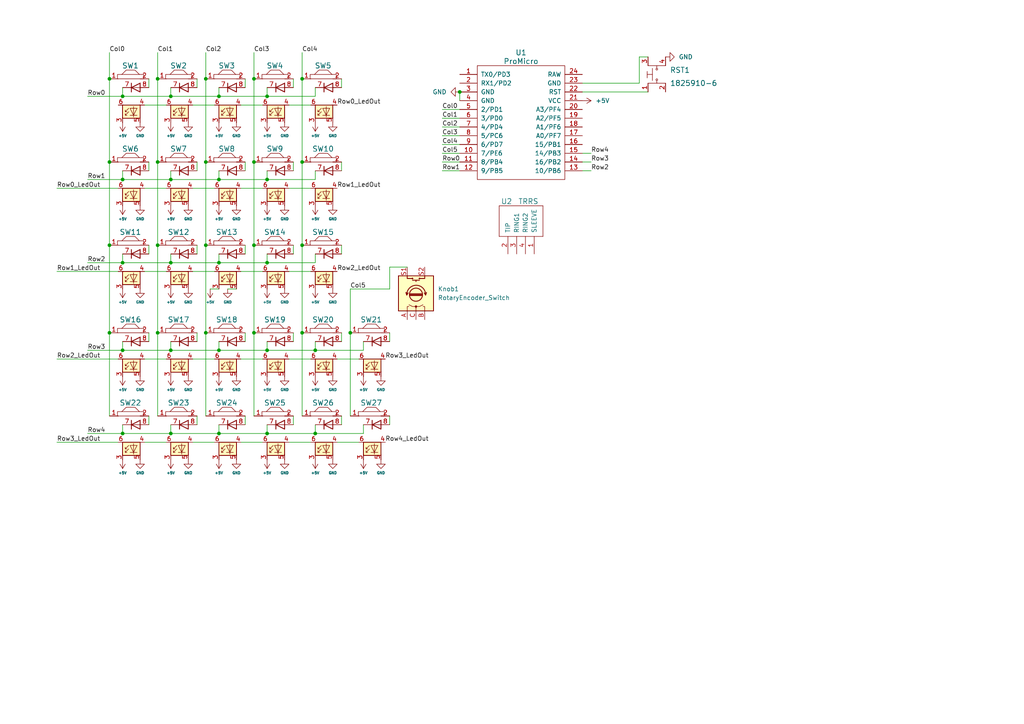
<source format=kicad_sch>
(kicad_sch (version 20211123) (generator eeschema)
  (paper "A4")
  (lib_symbols
    (symbol "Device:RotaryEncoder_Switch" (pin_names (offset 0.254) hide)
      (property "Reference" "SW" (at 0 6.604 0))
      (property "Value" "RotaryEncoder_Switch" (at 0 -6.604 0))
      (symbol "RotaryEncoder_Switch_0_1"
        (rectangle (start -5.08 5.08) (end 5.08 -5.08) (stroke (width 0.254)) (fill (type background)))
        (circle (center -3.81 0) (radius 0.254) (fill (type outline)))
        (arc (start -0.381 -2.794) (mid 2.3622 -0.0508) (end -0.381 2.667) (stroke (width 0.254)))
        (circle (center -0.381 0) (radius 1.905) (stroke (width 0.254)))
        (polyline (pts (xy -0.635 -1.778) (xy -0.635 1.778)) (stroke (width 0.254)))
        (polyline (pts (xy -0.381 -1.778) (xy -0.381 1.778)) (stroke (width 0.254)))
        (polyline (pts (xy -0.127 1.778) (xy -0.127 -1.778)) (stroke (width 0.254)))
        (polyline (pts (xy 3.81 0) (xy 3.429 0)) (stroke (width 0.254)))
        (polyline (pts (xy 3.81 1.016) (xy 3.81 -1.016)) (stroke (width 0.254)))
        (polyline (pts (xy -5.08 -2.54) (xy -3.81 -2.54) (xy -3.81 -2.032)))
        (polyline (pts (xy -5.08 2.54) (xy -3.81 2.54) (xy -3.81 2.032)))
        (polyline (pts (xy 0.254 -3.048) (xy -0.508 -2.794) (xy 0.127 -2.413)) (stroke (width 0.254)))
        (polyline (pts (xy 0.254 2.921) (xy -0.508 2.667) (xy 0.127 2.286)) (stroke (width 0.254)))
        (polyline (pts (xy 5.08 -2.54) (xy 4.318 -2.54) (xy 4.318 -1.016)) (stroke (width 0.254)))
        (polyline (pts (xy 5.08 2.54) (xy 4.318 2.54) (xy 4.318 1.016)) (stroke (width 0.254)))
        (polyline (pts (xy -5.08 0) (xy -3.81 0) (xy -3.81 -1.016) (xy -3.302 -2.032)))
        (polyline (pts (xy -4.318 0) (xy -3.81 0) (xy -3.81 1.016) (xy -3.302 2.032)))
        (circle (center 4.318 -1.016) (radius 0.127) (stroke (width 0.254)))
        (circle (center 4.318 1.016) (radius 0.127) (stroke (width 0.254)))
      )
      (symbol "RotaryEncoder_Switch_1_1"
        (pin passive line (at -7.62 2.54 0) (length 2.54) (name "A") (number "A"))
        (pin passive line (at -7.62 -2.54 0) (length 2.54) (name "B") (number "B"))
        (pin passive line (at -7.62 0 0) (length 2.54) (name "C") (number "C"))
        (pin passive line (at 7.62 2.54 180) (length 2.54) (name "S1") (number "S1"))
        (pin passive line (at 7.62 -2.54 180) (length 2.54) (name "S2") (number "S2"))
      )
    )
    (symbol "Keeb_SCH:ProMicro" (pin_names (offset 1.016))
      (property "Reference" "U" (at 0 0 0))
      (property "Value" "ProMicro" (at 0 -19.05 0))
      (symbol "ProMicro_0_1"
        (rectangle (start -12.7 -16.51) (end 12.7 16.51))
      )
      (symbol "ProMicro_1_1"
        (pin input line (at -17.78 13.97 0) (length 5.08) (name "TX0/PD3") (number "1"))
        (pin input line (at -17.78 -8.89 0) (length 5.08) (name "7/PE6") (number "10"))
        (pin input line (at -17.78 -11.43 0) (length 5.08) (name "8/PB4") (number "11"))
        (pin input line (at -17.78 -13.97 0) (length 5.08) (name "9/PB5") (number "12"))
        (pin input line (at 17.78 -13.97 180) (length 5.08) (name "10/PB6") (number "13"))
        (pin input line (at 17.78 -11.43 180) (length 5.08) (name "16/PB2") (number "14"))
        (pin input line (at 17.78 -8.89 180) (length 5.08) (name "14/PB3") (number "15"))
        (pin input line (at 17.78 -6.35 180) (length 5.08) (name "15/PB1") (number "16"))
        (pin input line (at 17.78 -3.81 180) (length 5.08) (name "A0/PF7") (number "17"))
        (pin input line (at 17.78 -1.27 180) (length 5.08) (name "A1/PF6") (number "18"))
        (pin input line (at 17.78 1.27 180) (length 5.08) (name "A2/PF5") (number "19"))
        (pin input line (at -17.78 11.43 0) (length 5.08) (name "RX1/PD2") (number "2"))
        (pin input line (at 17.78 3.81 180) (length 5.08) (name "A3/PF4") (number "20"))
        (pin input line (at 17.78 6.35 180) (length 5.08) (name "VCC") (number "21"))
        (pin input line (at 17.78 8.89 180) (length 5.08) (name "RST") (number "22"))
        (pin input line (at 17.78 11.43 180) (length 5.08) (name "GND") (number "23"))
        (pin input line (at 17.78 13.97 180) (length 5.08) (name "RAW") (number "24"))
        (pin input line (at -17.78 8.89 0) (length 5.08) (name "GND") (number "3"))
        (pin input line (at -17.78 6.35 0) (length 5.08) (name "GND") (number "4"))
        (pin input line (at -17.78 3.81 0) (length 5.08) (name "2/PD1") (number "5"))
        (pin input line (at -17.78 1.27 0) (length 5.08) (name "3/PD0") (number "6"))
        (pin input line (at -17.78 -1.27 0) (length 5.08) (name "4/PD4") (number "7"))
        (pin input line (at -17.78 -3.81 0) (length 5.08) (name "5/PC6") (number "8"))
        (pin input line (at -17.78 -6.35 0) (length 5.08) (name "6/PD7") (number "9"))
      )
    )
    (symbol "Keeb_SCH:TRRS" (pin_names (offset 1.016))
      (property "Reference" "U" (at 0 15.24 0))
      (property "Value" "TRRS" (at 0 -2.54 0))
      (symbol "TRRS_0_1"
        (rectangle (start -3.81 0) (end -3.81 12.7))
        (rectangle (start -3.81 12.7) (end 5.08 12.7))
        (rectangle (start 5.08 0) (end -3.81 0))
        (rectangle (start 5.08 12.7) (end 5.08 0))
      )
      (symbol "TRRS_1_1"
        (pin input line (at -8.89 2.54 0) (length 5.08) (name "SLEEVE") (number "1"))
        (pin input line (at -8.89 10.16 0) (length 5.08) (name "TIP") (number "2"))
        (pin input line (at -8.89 7.62 0) (length 5.08) (name "RING1") (number "3"))
        (pin input line (at -8.89 5.08 0) (length 5.08) (name "RING2") (number "4"))
      )
    )
    (symbol "KeyboardCustomSym:MX_RGB" (pin_names (offset 1.016) hide)
      (property "Reference" "SW" (at 0 5.08 0))
      (symbol "MX_RGB_0_1"
        (rectangle (start -2.54 -6.35) (end 2.54 -10.16) (stroke (width 0.254)) (fill (type background)))
        (polyline (pts (xy -4.1325 0.7034) (xy -4.1325 0.7034)))
        (polyline (pts (xy -1.7806 -9.3005) (xy -1.2726 -9.3005)))
        (polyline (pts (xy -1.7806 -8.2845) (xy -1.2726 -8.2845)))
        (polyline (pts (xy 0 0) (xy 0 -2.54)) (stroke (width 0.254)))
        (polyline (pts (xy 1.6484 -9.3005) (xy -0.3836 -9.3005)))
        (polyline (pts (xy 2.54 -1.27) (xy 0 -1.27)))
        (polyline (pts (xy -0.7646 -8.2845) (xy -1.7806 -9.3005) (xy -1.7806 -8.7925)))
        (polyline (pts (xy -0.7646 -7.2685) (xy -1.7806 -8.2845) (xy -1.7806 -7.7765)))
        (polyline (pts (xy 0.6324 -6.7605) (xy 0.6324 -9.3005) (xy 0.6324 -9.8085)))
        (polyline (pts (xy -2.7624 2.5349) (xy -1.4924 3.8049) (xy 1.0476 3.8049) (xy 2.3176 2.5349)))
        (polyline (pts (xy 1.6484 -7.2685) (xy -0.3836 -7.2685) (xy 0.6324 -9.3005) (xy 1.6484 -7.2685)))
        (polyline (pts (xy 2.54 0) (xy 2.54 -2.54) (xy 0 -1.27) (xy 2.54 0)) (stroke (width 0.254)))
        (polyline (pts (xy -4.0324 1.2649) (xy 3.5876 1.2649) (xy 3.5876 2.5349) (xy -4.0324 2.5349) (xy -4.0324 1.2649)))
      )
      (symbol "MX_RGB_1_1"
        (pin passive line (at -6.35 1.27 0) (length 2.54) (name "~") (number "1"))
        (pin passive line (at 5.08 1.27 180) (length 2.54) (name "~") (number "2"))
        (pin power_in line (at -2.54 -11.43 90) (length 1.54) (name "VDD") (number "3"))
        (pin output line (at 3.81 -6.35 180) (length 1.54) (name "DOUT") (number "4"))
        (pin power_in line (at 2.54 -11.43 90) (length 1.54) (name "GND") (number "5"))
        (pin input line (at -3.81 -6.35 0) (length 1.54) (name "DIN") (number "6"))
        (pin passive line (at -2.54 -1.27 0) (length 2.54) (name "K") (number "7"))
        (pin passive line (at 5.08 -1.27 180) (length 2.54) (name "A") (number "8"))
      )
    )
    (symbol "dk_Tactile-Switches:1825910-6" (pin_names (offset 1.016))
      (property "Reference" "S" (at 0 4.572 0))
      (property "Value" "1825910-6" (at 0.127 -5.08 0))
      (symbol "1825910-6_0_1"
        (circle (center -1.524 0) (radius 0.254))
        (polyline (pts (xy -2.54 2.54) (xy -2.54 -2.54)))
        (polyline (pts (xy -1.778 0) (xy -2.54 0)))
        (polyline (pts (xy -1.778 1.27) (xy 1.778 1.27)))
        (polyline (pts (xy 2.54 -2.54) (xy 2.54 2.54)))
        (polyline (pts (xy 2.54 0) (xy 1.778 0)))
        (circle (center 1.524 0) (radius 0.254))
      )
      (symbol "1825910-6_1_1"
        (polyline (pts (xy -1.016 2.794) (xy 0.889 2.794)))
        (polyline (pts (xy 0 2.794) (xy 0 1.27)))
        (pin passive line (at -5.08 2.54 0) (length 2.54) (name "~") (number "1"))
        (pin passive line (at -5.08 -2.54 0) (length 2.54) (name "~") (number "2"))
        (pin passive line (at 5.08 2.54 180) (length 2.54) (name "~") (number "3"))
        (pin passive line (at 5.08 -2.54 180) (length 2.54) (name "~") (number "4"))
      )
    )
    (symbol "power:+5V" (power) (pin_names (offset 0))
      (property "Value" "+5V" (at 0 3.556 0))
      (symbol "+5V_0_1"
        (polyline (pts (xy -0.762 1.27) (xy 0 2.54)))
        (polyline (pts (xy 0 0) (xy 0 2.54)))
        (polyline (pts (xy 0 2.54) (xy 0.762 1.27)))
      )
      (symbol "+5V_1_1"
        (pin power_in line (at 0 0 90) (length 0) hide (name "+5V") (number "1"))
      )
    )
    (symbol "power:GND" (power) (pin_names (offset 0))
      (property "Value" "GND" (at 0 -3.81 0))
      (symbol "GND_0_1"
        (polyline (pts (xy 0 0) (xy 0 -1.27) (xy 1.27 -1.27) (xy 0 -2.54) (xy -1.27 -1.27) (xy 0 -1.27)))
      )
      (symbol "GND_1_1"
        (pin power_in line (at 0 0 270) (length 0) hide (name "GND") (number "1"))
      )
    )
  )
  (junction (at 59.69 46.99))
  (junction (at 87.63 96.52))
  (junction (at 35.56 125.73))
  (junction (at 87.63 46.99))
  (junction (at 77.47 52.07))
  (junction (at 77.47 101.6))
  (junction (at 49.53 76.2))
  (junction (at 31.75 71.12))
  (junction (at 73.66 96.52))
  (junction (at 77.47 76.2))
  (junction (at 31.75 46.99))
  (junction (at 91.44 125.73))
  (junction (at 35.56 27.94))
  (junction (at 73.66 46.99))
  (junction (at 49.53 27.94))
  (junction (at 87.63 71.12))
  (junction (at 63.5 27.94))
  (junction (at 91.44 101.6))
  (junction (at 101.6 96.52))
  (junction (at 31.75 22.86))
  (junction (at 59.69 71.12))
  (junction (at 73.66 22.86))
  (junction (at 59.69 22.86))
  (junction (at 49.53 52.07))
  (junction (at 63.5 101.6))
  (junction (at 73.66 71.12))
  (junction (at 133.35 26.67))
  (junction (at 87.63 22.86))
  (junction (at 35.56 76.2))
  (junction (at 35.56 101.6))
  (junction (at 45.72 22.86))
  (junction (at 31.75 96.52))
  (junction (at 59.69 96.52))
  (junction (at 63.5 125.73))
  (junction (at 45.72 96.52))
  (junction (at 77.47 125.73))
  (junction (at 63.5 52.07))
  (junction (at 63.5 76.2))
  (junction (at 77.47 27.94))
  (junction (at 45.72 71.12))
  (junction (at 45.72 46.99))
  (junction (at 49.53 125.73))
  (junction (at 49.53 101.6))
  (junction (at 35.56 52.07))
  (wire (pts (xy 71.12 96.52) (xy 71.12 99.06)))
  (wire (pts (xy 113.03 96.52) (xy 113.03 99.06)))
  (wire (pts (xy 25.4 52.07) (xy 35.56 52.07)))
  (wire (pts (xy 31.75 22.86) (xy 31.75 46.99)))
  (wire (pts (xy 73.66 15.24) (xy 73.66 22.86)))
  (wire (pts (xy 63.5 49.53) (xy 63.5 52.07)))
  (wire (pts (xy 49.53 76.2) (xy 49.53 73.66)))
  (wire (pts (xy 91.44 125.73) (xy 105.41 125.73)))
  (wire (pts (xy 41.91 30.48) (xy 48.26 30.48)))
  (wire (pts (xy 83.82 30.48) (xy 90.17 30.48)))
  (wire (pts (xy 101.6 83.82) (xy 113.03 83.82)))
  (wire (pts (xy 77.47 27.94) (xy 91.44 27.94)))
  (wire (pts (xy 49.53 27.94) (xy 63.5 27.94)))
  (wire (pts (xy 77.47 101.6) (xy 91.44 101.6)))
  (wire (pts (xy 41.91 78.74) (xy 48.26 78.74)))
  (wire (pts (xy 60.96 83.82) (xy 63.5 83.82)))
  (wire (pts (xy 91.44 125.73) (xy 91.44 123.19)))
  (wire (pts (xy 128.27 39.37) (xy 133.35 39.37)))
  (wire (pts (xy 63.5 73.66) (xy 63.5 76.2)))
  (wire (pts (xy 77.47 125.73) (xy 91.44 125.73)))
  (wire (pts (xy 91.44 49.53) (xy 91.44 52.07)))
  (wire (pts (xy 63.5 52.07) (xy 77.47 52.07)))
  (wire (pts (xy 55.88 104.14) (xy 62.23 104.14)))
  (wire (pts (xy 85.09 22.86) (xy 85.09 25.4)))
  (wire (pts (xy 83.82 78.74) (xy 90.17 78.74)))
  (wire (pts (xy 25.4 76.2) (xy 35.56 76.2)))
  (wire (pts (xy 57.15 96.52) (xy 57.15 99.06)))
  (wire (pts (xy 128.27 36.83) (xy 133.35 36.83)))
  (wire (pts (xy 45.72 46.99) (xy 45.72 71.12)))
  (wire (pts (xy 69.85 30.48) (xy 76.2 30.48)))
  (wire (pts (xy 87.63 22.86) (xy 87.63 46.99)))
  (wire (pts (xy 43.18 96.52) (xy 43.18 99.06)))
  (wire (pts (xy 77.47 73.66) (xy 77.47 76.2)))
  (wire (pts (xy 55.88 54.61) (xy 62.23 54.61)))
  (wire (pts (xy 55.88 30.48) (xy 62.23 30.48)))
  (wire (pts (xy 57.15 71.12) (xy 57.15 73.66)))
  (wire (pts (xy 77.47 52.07) (xy 91.44 52.07)))
  (wire (pts (xy 168.91 44.45) (xy 171.45 44.45)))
  (wire (pts (xy 43.18 120.65) (xy 43.18 123.19)))
  (wire (pts (xy 35.56 52.07) (xy 49.53 52.07)))
  (wire (pts (xy 71.12 71.12) (xy 71.12 73.66)))
  (wire (pts (xy 63.5 125.73) (xy 77.47 125.73)))
  (wire (pts (xy 25.4 27.94) (xy 35.56 27.94)))
  (wire (pts (xy 77.47 99.06) (xy 77.47 101.6)))
  (wire (pts (xy 59.69 46.99) (xy 59.69 71.12)))
  (wire (pts (xy 16.51 54.61) (xy 34.29 54.61)))
  (wire (pts (xy 69.85 128.27) (xy 76.2 128.27)))
  (wire (pts (xy 113.03 77.47) (xy 113.03 83.82)))
  (wire (pts (xy 41.91 104.14) (xy 48.26 104.14)))
  (wire (pts (xy 31.75 15.24) (xy 31.75 22.86)))
  (wire (pts (xy 99.06 71.12) (xy 99.06 73.66)))
  (wire (pts (xy 63.5 101.6) (xy 77.47 101.6)))
  (wire (pts (xy 91.44 101.6) (xy 105.41 101.6)))
  (wire (pts (xy 25.4 125.73) (xy 35.56 125.73)))
  (wire (pts (xy 45.72 96.52) (xy 45.72 71.12)))
  (wire (pts (xy 101.6 96.52) (xy 101.6 120.65)))
  (wire (pts (xy 99.06 120.65) (xy 99.06 123.19)))
  (wire (pts (xy 16.51 78.74) (xy 34.29 78.74)))
  (wire (pts (xy 59.69 71.12) (xy 59.69 96.52)))
  (wire (pts (xy 49.53 125.73) (xy 49.53 123.19)))
  (wire (pts (xy 55.88 78.74) (xy 62.23 78.74)))
  (wire (pts (xy 69.85 54.61) (xy 76.2 54.61)))
  (wire (pts (xy 85.09 96.52) (xy 85.09 99.06)))
  (wire (pts (xy 101.6 83.82) (xy 101.6 96.52)))
  (wire (pts (xy 97.79 104.14) (xy 104.14 104.14)))
  (wire (pts (xy 128.27 49.53) (xy 133.35 49.53)))
  (wire (pts (xy 16.51 104.14) (xy 34.29 104.14)))
  (wire (pts (xy 69.85 78.74) (xy 76.2 78.74)))
  (wire (pts (xy 168.91 24.13) (xy 185.42 24.13)))
  (wire (pts (xy 185.42 24.13) (xy 185.42 16.51)))
  (wire (pts (xy 77.47 76.2) (xy 91.44 76.2)))
  (wire (pts (xy 71.12 22.86) (xy 71.12 25.4)))
  (wire (pts (xy 35.56 123.19) (xy 35.56 125.73)))
  (wire (pts (xy 83.82 54.61) (xy 90.17 54.61)))
  (wire (pts (xy 57.15 120.65) (xy 57.15 123.19)))
  (wire (pts (xy 35.56 25.4) (xy 35.56 27.94)))
  (wire (pts (xy 35.56 99.06) (xy 35.56 101.6)))
  (wire (pts (xy 105.41 99.06) (xy 105.41 101.6)))
  (wire (pts (xy 55.88 128.27) (xy 62.23 128.27)))
  (wire (pts (xy 35.56 125.73) (xy 49.53 125.73)))
  (wire (pts (xy 35.56 101.6) (xy 49.53 101.6)))
  (wire (pts (xy 59.69 96.52) (xy 59.69 120.65)))
  (wire (pts (xy 45.72 22.86) (xy 45.72 46.99)))
  (wire (pts (xy 91.44 73.66) (xy 91.44 76.2)))
  (wire (pts (xy 87.63 15.24) (xy 87.63 22.86)))
  (wire (pts (xy 31.75 71.12) (xy 31.75 96.52)))
  (wire (pts (xy 73.66 71.12) (xy 73.66 96.52)))
  (wire (pts (xy 63.5 99.06) (xy 63.5 101.6)))
  (wire (pts (xy 105.41 123.19) (xy 105.41 125.73)))
  (wire (pts (xy 59.69 22.86) (xy 59.69 46.99)))
  (wire (pts (xy 168.91 26.67) (xy 187.96 26.67)))
  (wire (pts (xy 31.75 46.99) (xy 31.75 71.12)))
  (wire (pts (xy 41.91 54.61) (xy 48.26 54.61)))
  (wire (pts (xy 85.09 120.65) (xy 85.09 123.19)))
  (wire (pts (xy 185.42 16.51) (xy 187.96 16.51)))
  (wire (pts (xy 43.18 22.86) (xy 43.18 25.4)))
  (wire (pts (xy 63.5 123.19) (xy 63.5 125.73)))
  (wire (pts (xy 128.27 41.91) (xy 133.35 41.91)))
  (wire (pts (xy 99.06 22.86) (xy 99.06 25.4)))
  (wire (pts (xy 168.91 46.99) (xy 171.45 46.99)))
  (wire (pts (xy 49.53 76.2) (xy 63.5 76.2)))
  (wire (pts (xy 63.5 76.2) (xy 77.47 76.2)))
  (wire (pts (xy 43.18 71.12) (xy 43.18 73.66)))
  (wire (pts (xy 85.09 71.12) (xy 85.09 73.66)))
  (wire (pts (xy 35.56 49.53) (xy 35.56 52.07)))
  (wire (pts (xy 16.51 128.27) (xy 34.29 128.27)))
  (wire (pts (xy 57.15 46.99) (xy 57.15 49.53)))
  (wire (pts (xy 63.5 27.94) (xy 77.47 27.94)))
  (wire (pts (xy 43.18 46.99) (xy 43.18 49.53)))
  (wire (pts (xy 87.63 96.52) (xy 87.63 120.65)))
  (wire (pts (xy 73.66 46.99) (xy 73.66 71.12)))
  (wire (pts (xy 128.27 44.45) (xy 133.35 44.45)))
  (wire (pts (xy 59.69 15.24) (xy 59.69 22.86)))
  (wire (pts (xy 128.27 34.29) (xy 133.35 34.29)))
  (wire (pts (xy 49.53 49.53) (xy 49.53 52.07)))
  (wire (pts (xy 77.47 125.73) (xy 77.47 123.19)))
  (wire (pts (xy 97.79 128.27) (xy 104.14 128.27)))
  (wire (pts (xy 71.12 120.65) (xy 71.12 123.19)))
  (wire (pts (xy 69.85 104.14) (xy 76.2 104.14)))
  (wire (pts (xy 83.82 104.14) (xy 90.17 104.14)))
  (wire (pts (xy 35.56 27.94) (xy 49.53 27.94)))
  (wire (pts (xy 113.03 77.47) (xy 118.11 77.47)))
  (wire (pts (xy 66.04 83.82) (xy 68.58 83.82)))
  (wire (pts (xy 77.47 27.94) (xy 77.47 25.4)))
  (wire (pts (xy 133.35 26.67) (xy 133.35 29.21)))
  (wire (pts (xy 168.91 49.53) (xy 171.45 49.53)))
  (wire (pts (xy 45.72 15.24) (xy 45.72 22.86)))
  (wire (pts (xy 87.63 46.99) (xy 87.63 71.12)))
  (wire (pts (xy 41.91 128.27) (xy 48.26 128.27)))
  (wire (pts (xy 77.47 49.53) (xy 77.47 52.07)))
  (wire (pts (xy 49.53 52.07) (xy 63.5 52.07)))
  (wire (pts (xy 73.66 22.86) (xy 73.66 46.99)))
  (wire (pts (xy 99.06 46.99) (xy 99.06 49.53)))
  (wire (pts (xy 49.53 101.6) (xy 49.53 99.06)))
  (wire (pts (xy 49.53 125.73) (xy 63.5 125.73)))
  (wire (pts (xy 49.53 25.4) (xy 49.53 27.94)))
  (wire (pts (xy 49.53 101.6) (xy 63.5 101.6)))
  (wire (pts (xy 63.5 25.4) (xy 63.5 27.94)))
  (wire (pts (xy 31.75 96.52) (xy 31.75 120.65)))
  (wire (pts (xy 128.27 46.99) (xy 133.35 46.99)))
  (wire (pts (xy 71.12 46.99) (xy 71.12 49.53)))
  (wire (pts (xy 128.27 31.75) (xy 133.35 31.75)))
  (wire (pts (xy 87.63 71.12) (xy 87.63 96.52)))
  (wire (pts (xy 99.06 96.52) (xy 99.06 99.06)))
  (wire (pts (xy 73.66 96.52) (xy 73.66 120.65)))
  (wire (pts (xy 83.82 128.27) (xy 90.17 128.27)))
  (wire (pts (xy 91.44 99.06) (xy 91.44 101.6)))
  (wire (pts (xy 91.44 25.4) (xy 91.44 27.94)))
  (wire (pts (xy 57.15 22.86) (xy 57.15 25.4)))
  (wire (pts (xy 113.03 120.65) (xy 113.03 123.19)))
  (wire (pts (xy 45.72 96.52) (xy 45.72 120.65)))
  (wire (pts (xy 85.09 46.99) (xy 85.09 49.53)))
  (wire (pts (xy 25.4 101.6) (xy 35.56 101.6)))
  (wire (pts (xy 35.56 76.2) (xy 49.53 76.2)))
  (wire (pts (xy 35.56 76.2) (xy 35.56 73.66)))
  (label "Row1" (at 128.27 49.53 0))
  (label "Row1" (at 25.4 52.07 0))
  (label "Col3" (at 128.27 39.37 0))
  (label "Col2" (at 128.27 36.83 0))
  (label "Row1_LedOut" (at 16.51 78.74 0))
  (label "Row4" (at 25.4 125.73 0))
  (label "Col4" (at 87.63 15.24 0))
  (label "Col1" (at 128.27 34.29 0))
  (label "Row3" (at 25.4 101.6 0))
  (label "Row0" (at 25.4 27.94 0))
  (label "Row0_LedOut" (at 97.79 30.48 0))
  (label "Row2" (at 171.45 49.53 0))
  (label "Row2_LedOut" (at 16.51 104.14 0))
  (label "Row0" (at 128.27 46.99 0))
  (label "Row3_LedOut" (at 16.51 128.27 0))
  (label "Row3" (at 171.45 46.99 0))
  (label "Col2" (at 59.69 15.24 0))
  (label "Row1_LedOut" (at 97.79 54.61 0))
  (label "Col4" (at 128.27 41.91 0))
  (label "Row4" (at 171.45 44.45 0))
  (label "Col1" (at 45.72 15.24 0))
  (label "Col0" (at 128.27 31.75 0))
  (label "Row2" (at 25.4 76.2 0))
  (label "Row0_LedOut" (at 16.51 54.61 0))
  (label "Row2_LedOut" (at 97.79 78.74 0))
  (label "Col5" (at 128.27 44.45 0))
  (label "Row4_LedOut" (at 111.76 128.27 0))
  (label "Col0" (at 31.75 15.24 0))
  (label "Col3" (at 73.66 15.24 0))
  (label "Row3_LedOut" (at 111.76 104.14 0))
  (label "Col5" (at 101.6 83.82 0))
  (symbol (lib_id "power:GND") (at 40.64 133.35 0) (unit 1)
    (property "Reference" "#PWR047" (effects hide))
    (property "Value" "GND" (at 40.64 137.16 0) (effects (font (size 0.75 0.75))))
  )
  (symbol (lib_id "power:GND") (at 82.55 133.35 0) (unit 1)
    (property "Reference" "#PWR053" (effects hide))
    (property "Value" "GND" (at 82.55 137.16 0) (effects (font (size 0.75 0.75))))
  )
  (symbol (lib_id "Device:RotaryEncoder_Switch") (at 120.65 85.09 90) (unit 1)
    (property "Reference" "Knob1" (at 127 83.8199 90) (effects (justify right)))
    (property "Value" "RotaryEncoder_Switch" (at 127 86.3599 90) (effects (justify right)))
    (property "Footprint" "Keebio-Parts:RotaryEncoder_EC11" (effects hide))
  )
  (symbol (lib_id "KeyboardCustomSym:MX_RGB") (at 52.07 72.39 0) (unit 1)
    (property "Reference" "SW12" (at 51.7975 67.31 0) (effects (font (size 1.524 1.524))))
    (property "Value" "MX_RGB" (effects hide))
    (property "Footprint" "KeyboardCustomFPs:Kailh_HS_MX_LED" (effects hide))
  )
  (symbol (lib_id "KeyboardCustomSym:MX_RGB") (at 38.1 97.79 0) (unit 1)
    (property "Reference" "SW16" (at 37.8275 92.71 0) (effects (font (size 1.524 1.524))))
    (property "Value" "MX_RGB" (effects hide))
    (property "Footprint" "KeyboardCustomFPs:Kailh_HS_MX_LED" (effects hide))
  )
  (symbol (lib_id "power:+5V") (at 49.53 35.56 180) (unit 1)
    (property "Reference" "#PWR06" (effects hide))
    (property "Value" "+5V" (at 49.53 39.37 0) (effects (font (size 0.75 0.75))))
  )
  (symbol (lib_id "power:+5V") (at 49.53 59.69 180) (unit 1)
    (property "Reference" "#PWR016" (effects hide))
    (property "Value" "+5V" (at 49.53 63.5 0) (effects (font (size 0.75 0.75))))
  )
  (symbol (lib_id "power:+5V") (at 35.56 83.82 180) (unit 1)
    (property "Reference" "#PWR024" (effects hide))
    (property "Value" "+5V" (at 35.56 87.63 0) (effects (font (size 0.75 0.75))))
  )
  (symbol (lib_id "KeyboardCustomSym:MX_RGB") (at 52.07 48.26 0) (unit 1)
    (property "Reference" "SW7" (at 51.7975 43.18 0) (effects (font (size 1.524 1.524))))
    (property "Value" "MX_RGB" (effects hide))
    (property "Footprint" "KeyboardCustomFPs:Kailh_HS_MX_LED" (effects hide))
  )
  (symbol (lib_id "power:GND") (at 96.52 109.22 0) (unit 1)
    (property "Reference" "#PWR043" (effects hide))
    (property "Value" "GND" (at 96.52 113.03 0) (effects (font (size 0.75 0.75))))
  )
  (symbol (lib_id "power:GND") (at 82.55 83.82 0) (unit 1)
    (property "Reference" "#PWR031" (effects hide))
    (property "Value" "GND" (at 82.55 87.63 0) (effects (font (size 0.75 0.75))))
  )
  (symbol (lib_id "KeyboardCustomSym:MX_RGB") (at 66.04 24.13 0) (unit 1)
    (property "Reference" "SW3" (at 65.7675 19.05 0) (effects (font (size 1.524 1.524))))
    (property "Value" "MX_RGB" (effects hide))
    (property "Footprint" "KeyboardCustomFPs:Kailh_HS_MX_LED" (effects hide))
  )
  (symbol (lib_id "KeyboardCustomSym:MX_RGB") (at 38.1 24.13 0) (unit 1)
    (property "Reference" "SW1" (at 37.8275 19.05 0) (effects (font (size 1.524 1.524))))
    (property "Value" "MX_RGB" (effects hide))
    (property "Footprint" "KeyboardCustomFPs:Kailh_HS_MX_LED" (effects hide))
  )
  (symbol (lib_id "power:GND") (at 96.52 83.82 0) (unit 1)
    (property "Reference" "#PWR033" (effects hide))
    (property "Value" "GND" (at 96.52 87.63 0) (effects (font (size 0.75 0.75))))
  )
  (symbol (lib_id "power:+5V") (at 63.5 133.35 180) (unit 1)
    (property "Reference" "#PWR050" (effects hide))
    (property "Value" "+5V" (at 63.5 137.16 0) (effects (font (size 0.75 0.75))))
  )
  (symbol (lib_id "power:+5V") (at 60.96 83.82 180) (unit 1)
    (property "Reference" "#PWR028" (effects hide))
    (property "Value" "+5V" (at 60.96 87.63 0) (effects (font (size 0.75 0.75))))
  )
  (symbol (lib_id "power:GND") (at 193.04 16.51 90) (unit 1)
    (property "Reference" "#PWR01" (effects hide))
    (property "Value" "GND" (at 196.85 16.5099 90) (effects (justify right)))
  )
  (symbol (lib_id "power:GND") (at 54.61 109.22 0) (unit 1)
    (property "Reference" "#PWR037" (effects hide))
    (property "Value" "GND" (at 54.61 113.03 0) (effects (font (size 0.75 0.75))))
  )
  (symbol (lib_id "power:+5V") (at 105.41 109.22 180) (unit 1)
    (property "Reference" "#PWR044" (effects hide))
    (property "Value" "+5V" (at 105.41 113.03 0) (effects (font (size 0.75 0.75))))
  )
  (symbol (lib_id "power:GND") (at 96.52 133.35 0) (unit 1)
    (property "Reference" "#PWR055" (effects hide))
    (property "Value" "GND" (at 96.52 137.16 0) (effects (font (size 0.75 0.75))))
  )
  (symbol (lib_id "power:+5V") (at 49.53 109.22 180) (unit 1)
    (property "Reference" "#PWR036" (effects hide))
    (property "Value" "+5V" (at 49.53 113.03 0) (effects (font (size 0.75 0.75))))
  )
  (symbol (lib_id "KeyboardCustomSym:MX_RGB") (at 66.04 97.79 0) (unit 1)
    (property "Reference" "SW18" (at 65.7675 92.71 0) (effects (font (size 1.524 1.524))))
    (property "Value" "MX_RGB" (effects hide))
    (property "Footprint" "KeyboardCustomFPs:Kailh_HS_MX_LED" (effects hide))
  )
  (symbol (lib_id "power:GND") (at 68.58 133.35 0) (unit 1)
    (property "Reference" "#PWR051" (effects hide))
    (property "Value" "GND" (at 68.58 137.16 0) (effects (font (size 0.75 0.75))))
  )
  (symbol (lib_id "KeyboardCustomSym:MX_RGB") (at 66.04 48.26 0) (unit 1)
    (property "Reference" "SW8" (at 65.7675 43.18 0) (effects (font (size 1.524 1.524))))
    (property "Value" "MX_RGB" (effects hide))
    (property "Footprint" "KeyboardCustomFPs:Kailh_HS_MX_LED" (effects hide))
  )
  (symbol (lib_id "power:GND") (at 110.49 133.35 0) (unit 1)
    (property "Reference" "#PWR057" (effects hide))
    (property "Value" "GND" (at 110.49 137.16 0) (effects (font (size 0.75 0.75))))
  )
  (symbol (lib_id "KeyboardCustomSym:MX_RGB") (at 80.01 97.79 0) (unit 1)
    (property "Reference" "SW19" (at 79.7375 92.71 0) (effects (font (size 1.524 1.524))))
    (property "Value" "MX_RGB" (effects hide))
    (property "Footprint" "KeyboardCustomFPs:Kailh_HS_MX_LED" (effects hide))
  )
  (symbol (lib_id "power:+5V") (at 63.5 109.22 180) (unit 1)
    (property "Reference" "#PWR038" (effects hide))
    (property "Value" "+5V" (at 63.5 113.03 0) (effects (font (size 0.75 0.75))))
  )
  (symbol (lib_id "power:GND") (at 82.55 59.69 0) (unit 1)
    (property "Reference" "#PWR021" (effects hide))
    (property "Value" "GND" (at 82.55 63.5 0) (effects (font (size 0.75 0.75))))
  )
  (symbol (lib_id "power:GND") (at 54.61 59.69 0) (unit 1)
    (property "Reference" "#PWR017" (effects hide))
    (property "Value" "GND" (at 54.61 63.5 0) (effects (font (size 0.75 0.75))))
  )
  (symbol (lib_id "power:+5V") (at 77.47 109.22 180) (unit 1)
    (property "Reference" "#PWR040" (effects hide))
    (property "Value" "+5V" (at 77.47 113.03 0) (effects (font (size 0.75 0.75))))
  )
  (symbol (lib_id "power:GND") (at 68.58 109.22 0) (unit 1)
    (property "Reference" "#PWR039" (effects hide))
    (property "Value" "GND" (at 68.58 113.03 0) (effects (font (size 0.75 0.75))))
  )
  (symbol (lib_id "power:GND") (at 133.35 26.67 270) (unit 1)
    (property "Reference" "#PWR02" (effects hide))
    (property "Value" "GND" (at 129.54 26.6699 90) (effects (justify right)))
  )
  (symbol (lib_id "KeyboardCustomSym:MX_RGB") (at 93.98 121.92 0) (unit 1)
    (property "Reference" "SW26" (at 93.7075 116.84 0) (effects (font (size 1.524 1.524))))
    (property "Value" "MX_RGB" (effects hide))
    (property "Footprint" "KeyboardCustomFPs:Kailh_HS_MX_LED" (effects hide))
  )
  (symbol (lib_id "KeyboardCustomSym:MX_RGB") (at 52.07 97.79 0) (unit 1)
    (property "Reference" "SW17" (at 51.7975 92.71 0) (effects (font (size 1.524 1.524))))
    (property "Value" "MX_RGB" (effects hide))
    (property "Footprint" "KeyboardCustomFPs:Kailh_HS_MX_LED" (effects hide))
  )
  (symbol (lib_id "power:GND") (at 110.49 109.22 0) (unit 1)
    (property "Reference" "#PWR045" (effects hide))
    (property "Value" "GND" (at 110.49 113.03 0) (effects (font (size 0.75 0.75))))
  )
  (symbol (lib_id "power:+5V") (at 35.56 59.69 180) (unit 1)
    (property "Reference" "#PWR014" (effects hide))
    (property "Value" "+5V" (at 35.56 63.5 0) (effects (font (size 0.75 0.75))))
  )
  (symbol (lib_id "power:+5V") (at 77.47 83.82 180) (unit 1)
    (property "Reference" "#PWR030" (effects hide))
    (property "Value" "+5V" (at 77.47 87.63 0) (effects (font (size 0.75 0.75))))
  )
  (symbol (lib_id "KeyboardCustomSym:MX_RGB") (at 80.01 121.92 0) (unit 1)
    (property "Reference" "SW25" (at 79.7375 116.84 0) (effects (font (size 1.524 1.524))))
    (property "Value" "MX_RGB" (effects hide))
    (property "Footprint" "KeyboardCustomFPs:Kailh_HS_MX_LED" (effects hide))
  )
  (symbol (lib_id "power:+5V") (at 91.44 59.69 180) (unit 1)
    (property "Reference" "#PWR022" (effects hide))
    (property "Value" "+5V" (at 91.44 63.5 0) (effects (font (size 0.75 0.75))))
  )
  (symbol (lib_id "power:+5V") (at 35.56 109.22 180) (unit 1)
    (property "Reference" "#PWR034" (effects hide))
    (property "Value" "+5V" (at 35.56 113.03 0) (effects (font (size 0.75 0.75))))
  )
  (symbol (lib_id "power:+5V") (at 35.56 133.35 180) (unit 1)
    (property "Reference" "#PWR046" (effects hide))
    (property "Value" "+5V" (at 35.56 137.16 0) (effects (font (size 0.75 0.75))))
  )
  (symbol (lib_id "power:+5V") (at 35.56 35.56 180) (unit 1)
    (property "Reference" "#PWR04" (effects hide))
    (property "Value" "+5V" (at 35.56 39.37 0) (effects (font (size 0.75 0.75))))
  )
  (symbol (lib_id "power:+5V") (at 91.44 83.82 180) (unit 1)
    (property "Reference" "#PWR032" (effects hide))
    (property "Value" "+5V" (at 91.44 87.63 0) (effects (font (size 0.75 0.75))))
  )
  (symbol (lib_id "KeyboardCustomSym:MX_RGB") (at 66.04 72.39 0) (unit 1)
    (property "Reference" "SW13" (at 65.7675 67.31 0) (effects (font (size 1.524 1.524))))
    (property "Value" "MX_RGB" (effects hide))
    (property "Footprint" "KeyboardCustomFPs:Kailh_HS_MX_LED" (effects hide))
  )
  (symbol (lib_id "power:GND") (at 82.55 109.22 0) (unit 1)
    (property "Reference" "#PWR041" (effects hide))
    (property "Value" "GND" (at 82.55 113.03 0) (effects (font (size 0.75 0.75))))
  )
  (symbol (lib_id "power:+5V") (at 77.47 133.35 180) (unit 1)
    (property "Reference" "#PWR052" (effects hide))
    (property "Value" "+5V" (at 77.47 137.16 0) (effects (font (size 0.75 0.75))))
  )
  (symbol (lib_id "KeyboardCustomSym:MX_RGB") (at 107.95 97.79 0) (unit 1)
    (property "Reference" "SW21" (at 107.6775 92.71 0) (effects (font (size 1.524 1.524))))
    (property "Value" "MX_RGB" (effects hide))
    (property "Footprint" "KeyboardCustomFPs:Kailh_HS_MX_LED" (effects hide))
  )
  (symbol (lib_id "power:GND") (at 54.61 83.82 0) (unit 1)
    (property "Reference" "#PWR027" (effects hide))
    (property "Value" "GND" (at 54.61 87.63 0) (effects (font (size 0.75 0.75))))
  )
  (symbol (lib_id "power:GND") (at 82.55 35.56 0) (unit 1)
    (property "Reference" "#PWR011" (effects hide))
    (property "Value" "GND" (at 82.55 39.37 0) (effects (font (size 0.75 0.75))))
  )
  (symbol (lib_id "KeyboardCustomSym:MX_RGB") (at 52.07 24.13 0) (unit 1)
    (property "Reference" "SW2" (at 51.7975 19.05 0) (effects (font (size 1.524 1.524))))
    (property "Value" "MX_RGB" (effects hide))
    (property "Footprint" "KeyboardCustomFPs:Kailh_HS_MX_LED" (effects hide))
  )
  (symbol (lib_id "KeyboardCustomSym:MX_RGB") (at 93.98 48.26 0) (unit 1)
    (property "Reference" "SW10" (at 93.7075 43.18 0) (effects (font (size 1.524 1.524))))
    (property "Value" "MX_RGB" (effects hide))
    (property "Footprint" "KeyboardCustomFPs:Kailh_HS_MX_LED" (effects hide))
  )
  (symbol (lib_id "power:+5V") (at 63.5 59.69 180) (unit 1)
    (property "Reference" "#PWR018" (effects hide))
    (property "Value" "+5V" (at 63.5 63.5 0) (effects (font (size 0.75 0.75))))
  )
  (symbol (lib_id "power:GND") (at 40.64 109.22 0) (unit 1)
    (property "Reference" "#PWR035" (effects hide))
    (property "Value" "GND" (at 40.64 113.03 0) (effects (font (size 0.75 0.75))))
  )
  (symbol (lib_id "power:+5V") (at 77.47 59.69 180) (unit 1)
    (property "Reference" "#PWR020" (effects hide))
    (property "Value" "+5V" (at 77.47 63.5 0) (effects (font (size 0.75 0.75))))
  )
  (symbol (lib_id "KeyboardCustomSym:MX_RGB") (at 38.1 121.92 0) (unit 1)
    (property "Reference" "SW22" (at 37.8275 116.84 0) (effects (font (size 1.524 1.524))))
    (property "Value" "MX_RGB" (effects hide))
    (property "Footprint" "KeyboardCustomFPs:Kailh_HS_MX_LED" (effects hide))
  )
  (symbol (lib_id "KeyboardCustomSym:MX_RGB") (at 93.98 72.39 0) (unit 1)
    (property "Reference" "SW15" (at 93.7075 67.31 0) (effects (font (size 1.524 1.524))))
    (property "Value" "MX_RGB" (effects hide))
    (property "Footprint" "KeyboardCustomFPs:Kailh_HS_MX_LED" (effects hide))
  )
  (symbol (lib_id "power:GND") (at 40.64 83.82 0) (unit 1)
    (property "Reference" "#PWR025" (effects hide))
    (property "Value" "GND" (at 40.64 87.63 0) (effects (font (size 0.75 0.75))))
  )
  (symbol (lib_id "KeyboardCustomSym:MX_RGB") (at 93.98 97.79 0) (unit 1)
    (property "Reference" "SW20" (at 93.7075 92.71 0) (effects (font (size 1.524 1.524))))
    (property "Value" "MX_RGB" (effects hide))
    (property "Footprint" "KeyboardCustomFPs:Kailh_HS_MX_LED" (effects hide))
  )
  (symbol (lib_id "power:GND") (at 96.52 59.69 0) (unit 1)
    (property "Reference" "#PWR023" (effects hide))
    (property "Value" "GND" (at 96.52 63.5 0) (effects (font (size 0.75 0.75))))
  )
  (symbol (lib_id "Keeb_SCH:TRRS") (at 157.48 64.77 90) (unit 1)
    (property "Reference" "U2" (at 148.59 58.42 90) (effects (font (size 1.524 1.524)) (justify left)))
    (property "Value" "TRRS" (at 156.21 58.42 90) (effects (font (size 1.524 1.524)) (justify left)))
    (property "Footprint" "Keebio-Parts:TRRS-PJ-320A" (effects hide))
  )
  (symbol (lib_id "KeyboardCustomSym:MX_RGB") (at 80.01 48.26 0) (unit 1)
    (property "Reference" "SW9" (at 79.7375 43.18 0) (effects (font (size 1.524 1.524))))
    (property "Value" "MX_RGB" (effects hide))
    (property "Footprint" "KeyboardCustomFPs:Kailh_HS_MX_LED" (effects hide))
  )
  (symbol (lib_id "power:+5V") (at 63.5 35.56 180) (unit 1)
    (property "Reference" "#PWR08" (effects hide))
    (property "Value" "+5V" (at 63.5 39.37 0) (effects (font (size 0.75 0.75))))
  )
  (symbol (lib_id "power:GND") (at 68.58 59.69 0) (unit 1)
    (property "Reference" "#PWR019" (effects hide))
    (property "Value" "GND" (at 68.58 63.5 0) (effects (font (size 0.75 0.75))))
  )
  (symbol (lib_id "dk_Tactile-Switches:1825910-6") (at 190.5 21.59 90) (unit 1)
    (property "Reference" "RST1" (at 194.31 20.32 90) (effects (font (size 1.524 1.524)) (justify right)))
    (property "Value" "1825910-6" (at 194.31 24.13 90) (effects (font (size 1.524 1.524)) (justify right)))
    (property "Datasheet" "https://www.te.com/commerce/DocumentDelivery/DDEController?Action=srchrtrv&DocNm=1825910&DocType=Customer+Drawing&DocLang=English" (effects hide))
    (property "Digi-Key_PN" "450-1650-ND" (effects hide))
    (property "MPN" "1825910-6" (effects hide))
    (property "Category" "Switches" (effects hide))
    (property "Family" "Tactile Switches" (effects hide))
    (property "DK_Datasheet_Link" "https://www.te.com/commerce/DocumentDelivery/DDEController?Action=srchrtrv&DocNm=1825910&DocType=Customer+Drawing&DocLang=English" (effects hide))
    (property "DK_Detail_Page" "/product-detail/en/te-connectivity-alcoswitch-switches/1825910-6/450-1650-ND/1632536" (effects hide))
    (property "Description" "SWITCH TACTILE SPST-NO 0.05A 24V" (effects hide))
    (property "Manufacturer" "TE Connectivity ALCOSWITCH Switches" (effects hide))
    (property "Status" "Active" (effects hide))
  )
  (symbol (lib_id "KeyboardCustomSym:MX_RGB") (at 52.07 121.92 0) (unit 1)
    (property "Reference" "SW23" (at 51.7975 116.84 0) (effects (font (size 1.524 1.524))))
    (property "Value" "MX_RGB" (effects hide))
    (property "Footprint" "KeyboardCustomFPs:Kailh_HS_MX_LED" (effects hide))
  )
  (symbol (lib_id "power:+5V") (at 49.53 83.82 180) (unit 1)
    (property "Reference" "#PWR026" (effects hide))
    (property "Value" "+5V" (at 49.53 87.63 0) (effects (font (size 0.75 0.75))))
  )
  (symbol (lib_id "KeyboardCustomSym:MX_RGB") (at 38.1 48.26 0) (unit 1)
    (property "Reference" "SW6" (at 37.8275 43.18 0) (effects (font (size 1.524 1.524))))
    (property "Value" "MX_RGB" (effects hide))
    (property "Footprint" "KeyboardCustomFPs:Kailh_HS_MX_LED" (effects hide))
  )
  (symbol (lib_id "power:+5V") (at 77.47 35.56 180) (unit 1)
    (property "Reference" "#PWR010" (effects hide))
    (property "Value" "+5V" (at 77.47 39.37 0) (effects (font (size 0.75 0.75))))
  )
  (symbol (lib_id "power:GND") (at 68.58 35.56 0) (unit 1)
    (property "Reference" "#PWR09" (effects hide))
    (property "Value" "GND" (at 68.58 39.37 0) (effects (font (size 0.75 0.75))))
  )
  (symbol (lib_id "power:+5V") (at 91.44 35.56 180) (unit 1)
    (property "Reference" "#PWR012" (effects hide))
    (property "Value" "+5V" (at 91.44 39.37 0) (effects (font (size 0.75 0.75))))
  )
  (symbol (lib_id "KeyboardCustomSym:MX_RGB") (at 80.01 72.39 0) (unit 1)
    (property "Reference" "SW14" (at 79.7375 67.31 0) (effects (font (size 1.524 1.524))))
    (property "Value" "MX_RGB" (effects hide))
    (property "Footprint" "KeyboardCustomFPs:Kailh_HS_MX_LED" (effects hide))
  )
  (symbol (lib_id "power:GND") (at 66.04 83.82 0) (unit 1)
    (property "Reference" "#PWR029" (effects hide))
    (property "Value" "GND" (at 66.04 87.63 0) (effects (font (size 0.75 0.75))))
  )
  (symbol (lib_id "KeyboardCustomSym:MX_RGB") (at 38.1 72.39 0) (unit 1)
    (property "Reference" "SW11" (at 37.8275 67.31 0) (effects (font (size 1.524 1.524))))
    (property "Value" "MX_RGB" (effects hide))
    (property "Footprint" "KeyboardCustomFPs:Kailh_HS_MX_LED" (effects hide))
  )
  (symbol (lib_id "power:+5V") (at 91.44 133.35 180) (unit 1)
    (property "Reference" "#PWR054" (effects hide))
    (property "Value" "+5V" (at 91.44 137.16 0) (effects (font (size 0.75 0.75))))
  )
  (symbol (lib_id "power:+5V") (at 168.91 29.21 270) (unit 1)
    (property "Reference" "#PWR03" (effects hide))
    (property "Value" "+5V" (at 172.72 29.2099 90) (effects (justify left)))
  )
  (symbol (lib_id "power:GND") (at 96.52 35.56 0) (unit 1)
    (property "Reference" "#PWR013" (effects hide))
    (property "Value" "GND" (at 96.52 39.37 0) (effects (font (size 0.75 0.75))))
  )
  (symbol (lib_id "power:GND") (at 40.64 35.56 0) (unit 1)
    (property "Reference" "#PWR05" (effects hide))
    (property "Value" "GND" (at 40.64 39.37 0) (effects (font (size 0.75 0.75))))
  )
  (symbol (lib_id "KeyboardCustomSym:MX_RGB") (at 80.01 24.13 0) (unit 1)
    (property "Reference" "SW4" (at 79.7375 19.05 0) (effects (font (size 1.524 1.524))))
    (property "Value" "MX_RGB" (effects hide))
    (property "Footprint" "KeyboardCustomFPs:Kailh_HS_MX_LED" (effects hide))
  )
  (symbol (lib_id "power:GND") (at 54.61 133.35 0) (unit 1)
    (property "Reference" "#PWR049" (effects hide))
    (property "Value" "GND" (at 54.61 137.16 0) (effects (font (size 0.75 0.75))))
  )
  (symbol (lib_id "power:+5V") (at 49.53 133.35 180) (unit 1)
    (property "Reference" "#PWR048" (effects hide))
    (property "Value" "+5V" (at 49.53 137.16 0) (effects (font (size 0.75 0.75))))
  )
  (symbol (lib_id "KeyboardCustomSym:MX_RGB") (at 66.04 121.92 0) (unit 1)
    (property "Reference" "SW24" (at 65.7675 116.84 0) (effects (font (size 1.524 1.524))))
    (property "Value" "MX_RGB" (effects hide))
    (property "Footprint" "KeyboardCustomFPs:Kailh_HS_MX_LED" (effects hide))
  )
  (symbol (lib_id "power:+5V") (at 105.41 133.35 180) (unit 1)
    (property "Reference" "#PWR056" (effects hide))
    (property "Value" "+5V" (at 105.41 137.16 0) (effects (font (size 0.75 0.75))))
  )
  (symbol (lib_id "power:GND") (at 54.61 35.56 0) (unit 1)
    (property "Reference" "#PWR07" (effects hide))
    (property "Value" "GND" (at 54.61 39.37 0) (effects (font (size 0.75 0.75))))
  )
  (symbol (lib_id "KeyboardCustomSym:MX_RGB") (at 93.98 24.13 0) (unit 1)
    (property "Reference" "SW5" (at 93.7075 19.05 0) (effects (font (size 1.524 1.524))))
    (property "Value" "MX_RGB" (effects hide))
    (property "Footprint" "KeyboardCustomFPs:Kailh_HS_MX_LED" (effects hide))
  )
  (symbol (lib_id "Keeb_SCH:ProMicro") (at 151.13 35.56 0) (unit 1)
    (property "Reference" "U1" (at 151.13 15.24 0) (effects (font (size 1.524 1.524))))
    (property "Value" "ProMicro" (at 151.13 17.78 0) (effects (font (size 1.524 1.524))))
    (property "Footprint" "Keebio-Parts:ArduinoProMicro" (effects hide))
  )
  (symbol (lib_id "power:+5V") (at 91.44 109.22 180) (unit 1)
    (property "Reference" "#PWR042" (effects hide))
    (property "Value" "+5V" (at 91.44 113.03 0) (effects (font (size 0.75 0.75))))
  )
  (symbol (lib_id "power:GND") (at 40.64 59.69 0) (unit 1)
    (property "Reference" "#PWR015" (effects hide))
    (property "Value" "GND" (at 40.64 63.5 0) (effects (font (size 0.75 0.75))))
  )
  (symbol (lib_id "KeyboardCustomSym:MX_RGB") (at 107.95 121.92 0) (unit 1)
    (property "Reference" "SW27" (at 107.6775 116.84 0) (effects (font (size 1.524 1.524))))
    (property "Value" "MX_RGB" (effects hide))
    (property "Footprint" "KeyboardCustomFPs:Kailh_HS_MX_LED" (effects hide))
  )
)
</source>
